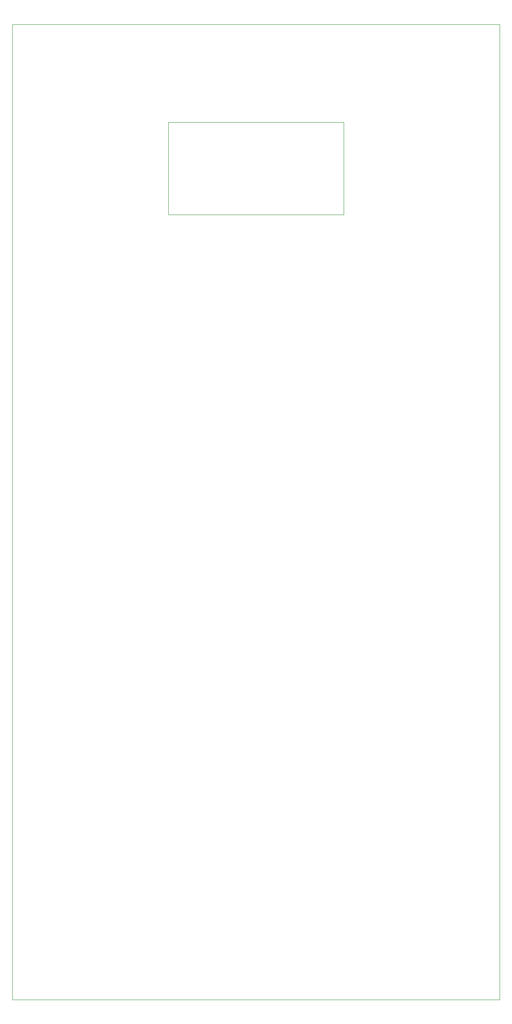
<source format=gbr>
%TF.GenerationSoftware,KiCad,Pcbnew,5.1.10-88a1d61d58~88~ubuntu20.10.1*%
%TF.CreationDate,2021-05-15T16:12:09+02:00*%
%TF.ProjectId,kosmo-multitool-panel,6b6f736d-6f2d-46d7-956c-7469746f6f6c,v1.0.0*%
%TF.SameCoordinates,Original*%
%TF.FileFunction,Profile,NP*%
%FSLAX46Y46*%
G04 Gerber Fmt 4.6, Leading zero omitted, Abs format (unit mm)*
G04 Created by KiCad (PCBNEW 5.1.10-88a1d61d58~88~ubuntu20.10.1) date 2021-05-15 16:12:09*
%MOMM*%
%LPD*%
G01*
G04 APERTURE LIST*
%TA.AperFunction,Profile*%
%ADD10C,0.050000*%
%TD*%
G04 APERTURE END LIST*
D10*
X82000000Y-69000000D02*
X82000000Y-50000000D01*
X118000000Y-69000000D02*
X82000000Y-69000000D01*
X118000000Y-50000000D02*
X118000000Y-69000000D01*
X82000000Y-50000000D02*
X118000000Y-50000000D01*
X50000000Y-230000000D02*
X50000000Y-30000000D01*
X150000000Y-230000000D02*
X50000000Y-230000000D01*
X150000000Y-30000000D02*
X150000000Y-230000000D01*
X50000000Y-30000000D02*
X150000000Y-30000000D01*
M02*

</source>
